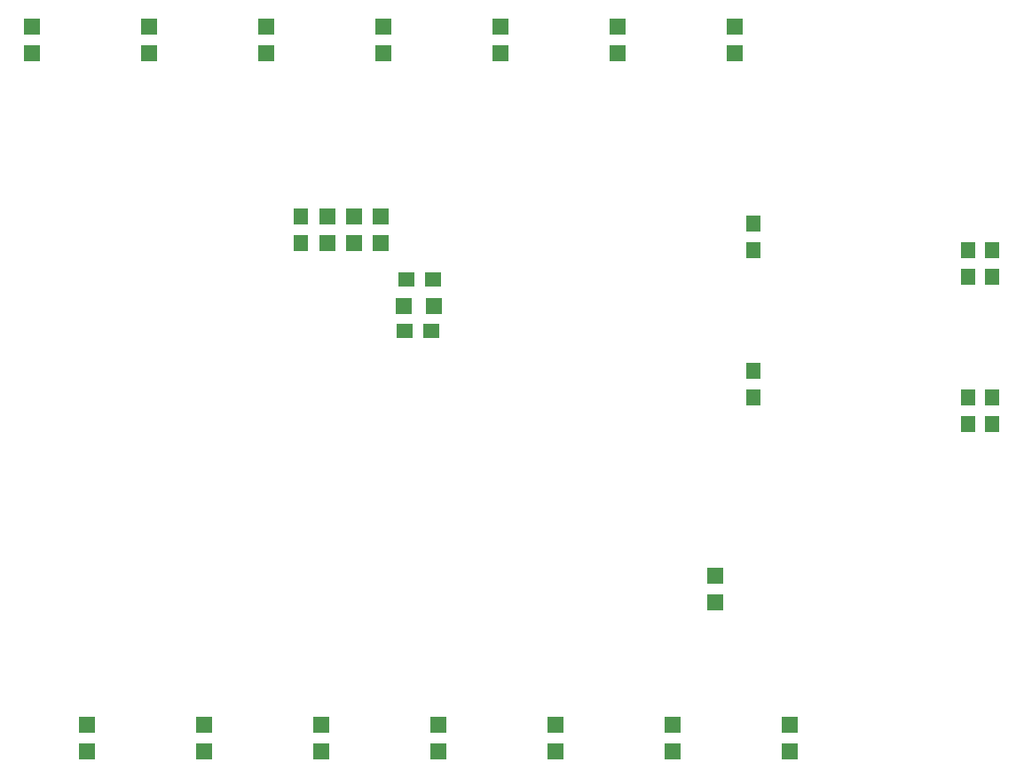
<source format=gbp>
%FSLAX23Y23*%
%MOIN*%
G70*
G01*
G75*
G04 Layer_Color=128*
%ADD10R,0.060X0.056*%
%ADD11R,0.018X0.071*%
%ADD12R,0.071X0.018*%
%ADD13R,0.059X0.059*%
%ADD14R,0.063X0.026*%
%ADD15R,0.059X0.059*%
%ADD16R,0.039X0.118*%
%ADD17R,0.056X0.060*%
%ADD18R,0.081X0.024*%
%ADD19C,0.020*%
%ADD20C,0.015*%
%ADD21C,0.050*%
%ADD22C,0.040*%
%ADD23C,0.030*%
%ADD24R,0.055X0.165*%
%ADD25R,0.165X0.055*%
%ADD26R,0.150X0.050*%
%ADD27C,0.070*%
%ADD28R,0.070X0.070*%
%ADD29R,0.070X0.070*%
%ADD30C,0.100*%
%ADD31R,0.100X0.100*%
%ADD32C,0.295*%
%ADD33C,0.085*%
%ADD34C,0.050*%
%ADD35R,0.063X0.063*%
%ADD36C,0.100*%
%ADD37C,0.080*%
%ADD38C,0.010*%
%ADD39C,0.005*%
%ADD40C,0.008*%
%ADD41C,0.007*%
%ADD42R,0.020X0.050*%
%ADD43R,0.022X0.022*%
%ADD44R,0.018X0.022*%
%ADD45R,0.036X0.064*%
%ADD46R,0.080X0.065*%
%ADD47R,0.306X0.056*%
%ADD48R,0.050X0.020*%
%ADD49R,0.040X0.036*%
%ADD50R,0.039X0.039*%
%ADD51R,0.043X0.006*%
%ADD52R,0.039X0.039*%
%ADD53R,0.019X0.098*%
%ADD54R,0.036X0.040*%
%ADD55R,0.061X0.004*%
%ADD56R,0.050X0.050*%
%ADD57R,0.050X0.050*%
%ADD58C,0.080*%
%ADD59R,0.080X0.080*%
%ADD60C,0.275*%
%ADD61C,0.065*%
%ADD62C,0.030*%
%ADD63R,0.043X0.043*%
D10*
X9830Y7720D02*
D03*
X9730D02*
D03*
X9835Y7915D02*
D03*
X9735D02*
D03*
D15*
X10895Y6800D02*
D03*
Y6700D02*
D03*
X9640Y8050D02*
D03*
Y8150D02*
D03*
X9540D02*
D03*
Y8050D02*
D03*
X9440Y8150D02*
D03*
Y8050D02*
D03*
X8535Y6240D02*
D03*
Y6140D02*
D03*
X8975Y6240D02*
D03*
Y6140D02*
D03*
X9415Y6240D02*
D03*
Y6140D02*
D03*
X9855Y6240D02*
D03*
Y6140D02*
D03*
X10295Y6240D02*
D03*
Y6140D02*
D03*
X10735Y6240D02*
D03*
Y6140D02*
D03*
X11175Y6240D02*
D03*
Y6140D02*
D03*
X8330Y8765D02*
D03*
Y8865D02*
D03*
X8770Y8765D02*
D03*
Y8865D02*
D03*
X9210Y8765D02*
D03*
Y8865D02*
D03*
X9650Y8765D02*
D03*
Y8865D02*
D03*
X10090Y8765D02*
D03*
Y8865D02*
D03*
X10530Y8765D02*
D03*
Y8865D02*
D03*
X10970Y8765D02*
D03*
Y8865D02*
D03*
D17*
X11845Y8025D02*
D03*
Y7925D02*
D03*
X11935Y8025D02*
D03*
Y7925D02*
D03*
X11845Y7470D02*
D03*
Y7370D02*
D03*
X11935Y7470D02*
D03*
Y7370D02*
D03*
X11040Y7470D02*
D03*
Y7570D02*
D03*
Y8025D02*
D03*
Y8125D02*
D03*
X9340Y8150D02*
D03*
Y8050D02*
D03*
D35*
X9725Y7815D02*
D03*
X9840D02*
D03*
M02*

</source>
